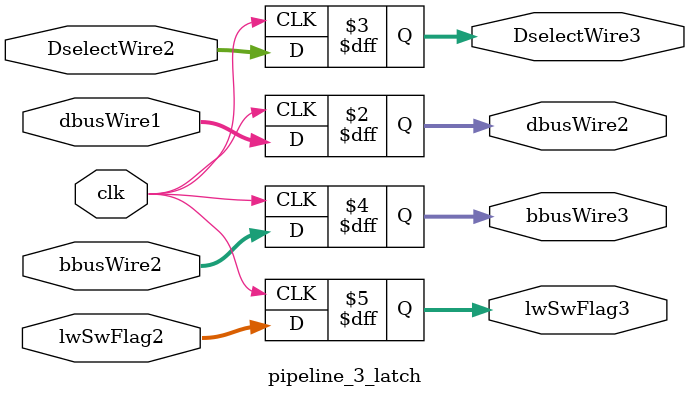
<source format=v>
module pipeline_3_latch(clk, dbusWire1, DselectWire2, bbusWire2, lwSwFlag2, dbusWire2, DselectWire3,bbusWire3,lwSwFlag3);
  input clk;
  input [31:0] dbusWire1, DselectWire2, bbusWire2;
  input [1:0] lwSwFlag2;
  output [31:0] dbusWire2, DselectWire3, bbusWire3;
  output [1:0] lwSwFlag3;
  reg [31:0] dbusWire2, DselectWire3, bbusWire3;
  reg [1:0] lwSwFlag3;
  always @(posedge clk) begin
    dbusWire2 = dbusWire1;
    DselectWire3 = DselectWire2;
    bbusWire3 = bbusWire2;
    lwSwFlag3 = lwSwFlag2;
  end
endmodule
</source>
